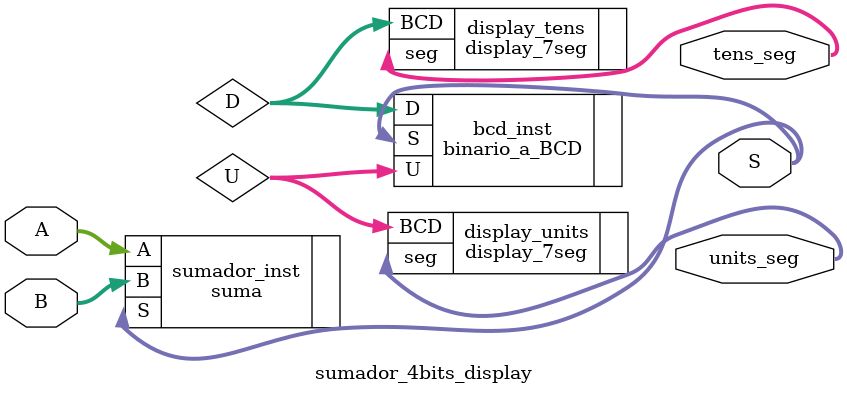
<source format=sv>
module sumador_4bits_display(
    input logic [3:0] A, B,   // Entradas de 4 bits
    output logic [6:0] units_seg, tens_seg,
	 output logic [4:0] S // Display 7 segmentos
);
    logic [3:0] U, D; // Unidades y decenas en BCD

    // Módulo sumador
    suma sumador_inst(.A(A), .B(B), .S(S)); // Ahora S tiene 5 bits

    // Conversión a BCD
    binario_a_BCD bcd_inst(.S(S), .U(U), .D(D));

    // Displays de 7 segmentos
    display_7seg display_units(.BCD(U), .seg(units_seg));
    display_7seg display_tens(.BCD(D), .seg(tens_seg));

endmodule

</source>
